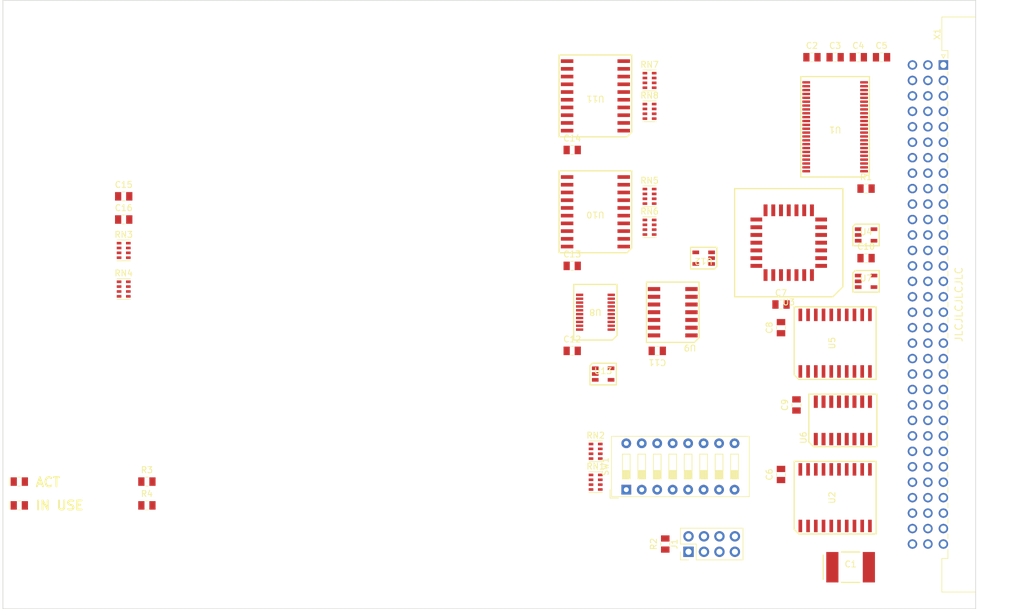
<source format=kicad_pcb>
(kicad_pcb (version 20211014) (generator pcbnew)
  (title_block (title "VMEbus PROTOTYPING BOARD, 160MM") (date "2023-11-13") (rev "1") (company "(C) TOM STOREY") (comment 1 "FREE FOR NON-COMMERCIAL USE"))
  (layers (0 "F.Cu" signal) (1 "In1.Cu" signal) (2 "In2.Cu" signal) (31 "B.Cu" signal) (34 "B.Paste" user) (35 "F.Paste" user) (36 "B.SilkS" user "B.Silkscreen") (37 "F.SilkS" user "F.Silkscreen") (38 "B.Mask" user) (39 "F.Mask" user) (44 "Edge.Cuts" user))
  (net 0 "")
  (net 1 "+5V")
  (net 2 "GND")
  (net 5 "Net-(D1-Pad1)")
  (net 6 "Net-(D1-Pad2)")
  (net 8 "Net-(J1-Pad2)")
  (net 12 "DDIR")
  (net 13 "Net-(RN3-Pad6)")
  (net 14 "Net-(RN3-Pad7)")
  (net 16 "Net-(RN3-Pad8)")
  (net 19 "Net-(RN4-Pad5)")
  (net 20 "Net-(RN4-Pad7)")
  (net 25 "/CF Socket/IDE_D0")
  (net 26 "/CF Socket/IDE_D1")
  (net 27 "/CF Socket/IDE_D2")
  (net 29 "/CF Socket/IDE_D3")
  (net 30 "/SD7")
  (net 31 "/SD15")
  (net 32 "/SD6")
  (net 33 "/SD14")
  (net 34 "/SD5")
  (net 35 "/SD13")
  (net 36 "/SD4")
  (net 37 "/SD12")
  (net 38 "/SD3")
  (net 39 "/SD11")
  (net 40 "/SD2")
  (net 41 "/SD10")
  (net 42 "/SD1")
  (net 43 "/SD9")
  (net 44 "/SD0")
  (net 45 "/SD8")
  (net 46 "/SA1")
  (net 47 "/SA2")
  (net 48 "/SA3")
  (net 49 "/SA4")
  (net 50 "/SA5")
  (net 51 "/SA16")
  (net 52 "/SA17")
  (net 53 "/SA18")
  (net 54 "/SA19")
  (net 55 "/SA20")
  (net 56 "/SA21")
  (net 57 "/SA22")
  (net 58 "/SA23")
  (net 59 "/CF Socket/IDE_D4")
  (net 60 "/~{AS}")
  (net 61 "/FC2")
  (net 62 "/FC1")
  (net 63 "/FC0")
  (net 64 "/CF Socket/IDE_D5")
  (net 65 "/~{LDS}")
  (net 66 "/~{UDS}")
  (net 67 "/CF Socket/IDE_D6")
  (net 68 "/CF Socket/IDE_D7")
  (net 69 "/CF Socket/IDE_D8")
  (net 70 "/CF Socket/IDE_D9")
  (net 71 "/CF Socket/IDE_D10")
  (net 72 "/CF Socket/IDE_D11")
  (net 73 "/CF Socket/IDE_D12")
  (net 74 "/CF Socket/IDE_D13")
  (net 75 "/CF Socket/IDE_D14")
  (net 76 "/CF Socket/IDE_D15")
  (net 77 "D8")
  (net 78 "D9")
  (net 79 "D10")
  (net 80 "D11")
  (net 81 "D12")
  (net 82 "D13")
  (net 83 "D14")
  (net 84 "D15")
  (net 85 "D0")
  (net 86 "D1")
  (net 87 "D2")
  (net 88 "D3")
  (net 89 "D4")
  (net 90 "D5")
  (net 91 "D6")
  (net 92 "D7")
  (net 93 "IDE_A3")
  (net 94 "IDE_A2")
  (net 95 "IDE_A1")
  (net 96 "~{SYSRESET}")
  (net 99 "/~{WR}")
  (net 100 "Net-(D2-Pad2)")
  (net 101 "~{RDSTAT}")
  (net 102 "~{WRCON}")
  (net 103 "~{IDE_CS1}")
  (net 104 "~{IDE_CS0}")
  (net 105 "/~{DTACK}")
  (net 106 "/SA12")
  (net 107 "/SA13")
  (net 109 "Net-(X1-Pada21)")
  (net 112 "Net-(X1-Padb4)")
  (net 113 "Net-(X1-Padb6)")
  (net 114 "Net-(X1-Padb8)")
  (net 115 "Net-(X1-Padb10)")
  (net 132 "IORDY")
  (net 133 "~{IDE_WR}")
  (net 134 "~{IDE_RD}")
  (net 138 "Net-(X1-Padc12)")
  (net 139 "Net-(U5-Pad19)")
  (net 144 "Net-(U13-Pad4)")
  (net 145 "Net-(U8-Pad5)")
  (net 151 "Net-(U10-Pad19)")
  (net 152 "Net-(J1-Pad4)")
  (net 153 "Net-(J1-Pad6)")
  (net 154 "Net-(J1-Pad8)")
  (net 155 "Net-(SW1-Pad1)")
  (net 156 "Net-(SW1-Pad2)")
  (net 157 "Net-(SW1-Pad3)")
  (net 158 "Net-(SW1-Pad4)")
  (net 159 "Net-(SW1-Pad5)")
  (net 160 "Net-(SW1-Pad6)")
  (net 161 "Net-(SW1-Pad7)")
  (net 162 "Net-(SW1-Pad8)")
  (net 163 "Net-(R4-Pad2)")
  (net 164 "Net-(U2-Pad17)")
  (net 165 "Net-(U2-Pad18)")
  (net 166 "Net-(U3-Pad19)")
  (net 167 "Net-(J1-Pad1)")
  (net 169 "Net-(RN4-Pad8)")
  (footprint "COMET_footprints:Package_SO20W" (layer "F.Cu") (at 161.29 82.55 180)
    (fp_text reference "U10" (at 0 -0.5 180 unlocked) (layer "F.SilkS"))
    (fp_text value "74HCT245")
    (pad "1" smd rect (at -4.65 -5.715 180) (size 2.05 0.6) (layers "F.Cu" "F.Paste" "F.Mask") (net 12 "DDIR"))
    (pad "2" smd rect (at -4.65 -4.445 180) (size 2.05 0.6) (layers "F.Cu" "F.Paste" "F.Mask") (net 68 "/CF Socket/IDE_D7"))
    (pad "3" smd rect (at -4.65 -3.175 180) (size 2.05 0.6) (layers "F.Cu" "F.Paste" "F.Mask") (net 67 "/CF Socket/IDE_D6"))
    (pad "4" smd rect (at -4.65 -1.905 180) (size 2.05 0.6) (layers "F.Cu" "F.Paste" "F.Mask") (net 64 "/CF Socket/IDE_D5"))
    (pad "5" smd rect (at -4.65 -0.635 180) (size 2.05 0.6) (layers "F.Cu" "F.Paste" "F.Mask") (net 59 "/CF Socket/IDE_D4"))
    (pad "6" smd rect (at -4.65 0.635 180) (size 2.05 0.6) (layers "F.Cu" "F.Paste" "F.Mask") (net 29 "/CF Socket/IDE_D3"))
    (pad "7" smd rect (at -4.65 1.905 180) (size 2.05 0.6) (layers "F.Cu" "F.Paste" "F.Mask") (net 27 "/CF Socket/IDE_D2"))
    (pad "8" smd rect (at -4.65 3.175 180) (size 2.05 0.6) (layers "F.Cu" "F.Paste" "F.Mask") (net 26 "/CF Socket/IDE_D1"))
    (pad "9" smd rect (at -4.65 4.445 180) (size 2.05 0.6) (layers "F.Cu" "F.Paste" "F.Mask") (net 25 "/CF Socket/IDE_D0"))
    (pad "10" smd rect (at -4.65 5.715 180) (size 2.05 0.6) (layers "F.Cu" "F.Paste" "F.Mask") (net 2 "GND"))
    (pad "11" smd rect (at 4.65 5.715 180) (size 2.05 0.6) (layers "F.Cu" "F.Paste" "F.Mask") (net 85 "D0"))
    (pad "12" smd rect (at 4.65 4.445 180) (size 2.05 0.6) (layers "F.Cu" "F.Paste" "F.Mask") (net 86 "D1"))
    (pad "13" smd rect (at 4.65 3.175 180) (size 2.05 0.6) (layers "F.Cu" "F.Paste" "F.Mask") (net 87 "D2"))
    (pad "14" smd rect (at 4.65 1.905 180) (size 2.05 0.6) (layers "F.Cu" "F.Paste" "F.Mask") (net 88 "D3"))
    (pad "15" smd rect (at 4.65 0.635 180) (size 2.05 0.6) (layers "F.Cu" "F.Paste" "F.Mask") (net 89 "D4"))
    (pad "16" smd rect (at 4.65 -0.635 180) (size 2.05 0.6) (layers "F.Cu" "F.Paste" "F.Mask") (net 90 "D5"))
    (pad "17" smd rect (at 4.65 -1.905 180) (size 2.05 0.6) (layers "F.Cu" "F.Paste" "F.Mask") (net 91 "D6"))
    (pad "18" smd rect (at 4.65 -3.175 180) (size 2.05 0.6) (layers "F.Cu" "F.Paste" "F.Mask") (net 92 "D7"))
    (pad "19" smd rect (at 4.65 -4.445 180) (size 2.05 0.6) (layers "F.Cu" "F.Paste" "F.Mask") (net 151 "Net-(U10-Pad19)"))
    (pad "20" smd rect (at 4.65 -5.715 180) (size 2.05 0.6) (layers "F.Cu" "F.Paste" "F.Mask") (net 1 "+5V"))
  )
  (footprint "COMET_footprints:C_SMD0805" (layer "F.Cu") (at 157.48 72.39)
    (fp_text reference "C14" (at 0 -1.905 unlocked) (layer "F.SilkS"))
    (fp_text value "100nF")
    (pad "1" smd rect (at -0.9125 0) (size 1.025 1.4) (layers "F.Cu" "F.Paste" "F.Mask") (net 1 "+5V"))
    (pad "2" smd rect (at 0.9125 0) (size 1.025 1.4) (layers "F.Cu" "F.Paste" "F.Mask") (net 2 "GND"))
  )
  (footprint "Resistor_SMD:R_Cat16-4" (layer "F.Cu") (at 170.18 80.01)
    (fp_text reference "RN5" (at 0 -2.6) (layer "F.SilkS"))
    (fp_text value "10K")
    (pad "1" smd rect (at -0.76 -1.2 180) (size 0.76 0.43) (layers "F.Cu" "F.Paste" "F.Mask") (net 25 "/CF Socket/IDE_D0"))
    (pad "2" smd rect (at -0.76 -0.4 180) (size 0.76 0.43) (layers "F.Cu" "F.Paste" "F.Mask") (net 26 "/CF Socket/IDE_D1"))
    (pad "3" smd rect (at -0.76 0.4 180) (size 0.76 0.43) (layers "F.Cu" "F.Paste" "F.Mask") (net 27 "/CF Socket/IDE_D2"))
    (pad "4" smd rect (at -0.76 1.2 180) (size 0.76 0.43) (layers "F.Cu" "F.Paste" "F.Mask") (net 29 "/CF Socket/IDE_D3"))
    (pad "5" smd rect (at 0.76 1.2 180) (size 0.76 0.43) (layers "F.Cu" "F.Paste" "F.Mask") (net 2 "GND"))
    (pad "6" smd rect (at 0.76 0.4 180) (size 0.76 0.43) (layers "F.Cu" "F.Paste" "F.Mask") (net 2 "GND"))
    (pad "7" smd rect (at 0.76 -0.4 180) (size 0.76 0.43) (layers "F.Cu" "F.Paste" "F.Mask") (net 2 "GND"))
    (pad "8" smd rect (at 0.76 -1.2 180) (size 0.76 0.43) (layers "F.Cu" "F.Paste" "F.Mask") (net 2 "GND"))
  )
  (footprint "COMET_footprints:Package_SO20W" (layer "F.Cu") (at 200.66 104.14 90)
    (fp_text reference "U5" (at 0 -0.5 90 unlocked) (layer "F.SilkS"))
    (fp_text value "74HCT688")
    (pad "1" smd rect (at -4.65 -5.715 90) (size 2.05 0.6) (layers "F.Cu" "F.Paste" "F.Mask") (net 60 "/~{AS}"))
    (pad "2" smd rect (at -4.65 -4.445 90) (size 2.05 0.6) (layers "F.Cu" "F.Paste" "F.Mask") (net 54 "/SA19"))
    (pad "3" smd rect (at -4.65 -3.175 90) (size 2.05 0.6) (layers "F.Cu" "F.Paste" "F.Mask") (net 159 "Net-(SW1-Pad5)"))
    (pad "4" smd rect (at -4.65 -1.905 90) (size 2.05 0.6) (layers "F.Cu" "F.Paste" "F.Mask") (net 53 "/SA18"))
    (pad "5" smd rect (at -4.65 -0.635 90) (size 2.05 0.6) (layers "F.Cu" "F.Paste" "F.Mask") (net 160 "Net-(SW1-Pad6)"))
    (pad "6" smd rect (at -4.65 0.635 90) (size 2.05 0.6) (layers "F.Cu" "F.Paste" "F.Mask") (net 52 "/SA17"))
    (pad "7" smd rect (at -4.65 1.905 90) (size 2.05 0.6) (layers "F.Cu" "F.Paste" "F.Mask") (net 161 "Net-(SW1-Pad7)"))
    (pad "8" smd rect (at -4.65 3.175 90) (size 2.05 0.6) (layers "F.Cu" "F.Paste" "F.Mask") (net 51 "/SA16"))
    (pad "9" smd rect (at -4.65 4.445 90) (size 2.05 0.6) (layers "F.Cu" "F.Paste" "F.Mask") (net 162 "Net-(SW1-Pad8)"))
    (pad "10" smd rect (at -4.65 5.715 90) (size 2.05 0.6) (layers "F.Cu" "F.Paste" "F.Mask") (net 2 "GND"))
    (pad "11" smd rect (at 4.65 5.715 90) (size 2.05 0.6) (layers "F.Cu" "F.Paste" "F.Mask") (net 58 "/SA23"))
    (pad "12" smd rect (at 4.65 4.445 90) (size 2.05 0.6) (layers "F.Cu" "F.Paste" "F.Mask") (net 155 "Net-(SW1-Pad1)"))
    (pad "13" smd rect (at 4.65 3.175 90) (size 2.05 0.6) (layers "F.Cu" "F.Paste" "F.Mask") (net 57 "/SA22"))
    (pad "14" smd rect (at 4.65 1.905 90) (size 2.05 0.6) (layers "F.Cu" "F.Paste" "F.Mask") (net 156 "Net-(SW1-Pad2)"))
    (pad "15" smd rect (at 4.65 0.635 90) (size 2.05 0.6) (layers "F.Cu" "F.Paste" "F.Mask") (net 56 "/SA21"))
    (pad "16" smd rect (at 4.65 -0.635 90) (size 2.05 0.6) (layers "F.Cu" "F.Paste" "F.Mask") (net 157 "Net-(SW1-Pad3)"))
    (pad "17" smd rect (at 4.65 -1.905 90) (size 2.05 0.6) (layers "F.Cu" "F.Paste" "F.Mask") (net 55 "/SA20"))
    (pad "18" smd rect (at 4.65 -3.175 90) (size 2.05 0.6) (layers "F.Cu" "F.Paste" "F.Mask") (net 158 "Net-(SW1-Pad4)"))
    (pad "19" smd rect (at 4.65 -4.445 90) (size 2.05 0.6) (layers "F.Cu" "F.Paste" "F.Mask") (net 139 "Net-(U5-Pad19)"))
    (pad "20" smd rect (at 4.65 -5.715 90) (size 2.05 0.6) (layers "F.Cu" "F.Paste" "F.Mask") (net 1 "+5V"))
  )
  (footprint "COMET_footprints:C_SMD0805" (layer "F.Cu") (at 204.47 57.15)
    (fp_text reference "C4" (at 0 -1.905 unlocked) (layer "F.SilkS"))
    (fp_text value "100nF")
    (pad "1" smd rect (at -0.9125 0) (size 1.025 1.4) (layers "F.Cu" "F.Paste" "F.Mask") (net 1 "+5V"))
    (pad "2" smd rect (at 0.9125 0) (size 1.025 1.4) (layers "F.Cu" "F.Paste" "F.Mask") (net 2 "GND"))
  )
  (footprint "COMET_footprints:C_SMD0805" (layer "F.Cu") (at 157.48 91.44)
    (fp_text reference "C13" (at 0 -1.905 unlocked) (layer "F.SilkS"))
    (fp_text value "100nF")
    (pad "1" smd rect (at -0.9125 0) (size 1.025 1.4) (layers "F.Cu" "F.Paste" "F.Mask") (net 1 "+5V"))
    (pad "2" smd rect (at 0.9125 0) (size 1.025 1.4) (layers "F.Cu" "F.Paste" "F.Mask") (net 2 "GND"))
  )
  (footprint "Resistor_SMD:R_Cat16-4" (layer "F.Cu") (at 170.18 85.09)
    (fp_text reference "RN6" (at 0 -2.6) (layer "F.SilkS"))
    (fp_text value "10K")
    (pad "1" smd rect (at -0.76 -1.2 180) (size 0.76 0.43) (layers "F.Cu" "F.Paste" "F.Mask") (net 59 "/CF Socket/IDE_D4"))
    (pad "2" smd rect (at -0.76 -0.4 180) (size 0.76 0.43) (layers "F.Cu" "F.Paste" "F.Mask") (net 64 "/CF Socket/IDE_D5"))
    (pad "3" smd rect (at -0.76 0.4 180) (size 0.76 0.43) (layers "F.Cu" "F.Paste" "F.Mask") (net 67 "/CF Socket/IDE_D6"))
    (pad "4" smd rect (at -0.76 1.2 180) (size 0.76 0.43) (layers "F.Cu" "F.Paste" "F.Mask") (net 68 "/CF Socket/IDE_D7"))
    (pad "5" smd rect (at 0.76 1.2 180) (size 0.76 0.43) (layers "F.Cu" "F.Paste" "F.Mask") (net 2 "GND"))
    (pad "6" smd rect (at 0.76 0.4 180) (size 0.76 0.43) (layers "F.Cu" "F.Paste" "F.Mask") (net 2 "GND"))
    (pad "7" smd rect (at 0.76 -0.4 180) (size 0.76 0.43) (layers "F.Cu" "F.Paste" "F.Mask") (net 2 "GND"))
    (pad "8" smd rect (at 0.76 -1.2 180) (size 0.76 0.43) (layers "F.Cu" "F.Paste" "F.Mask") (net 2 "GND"))
  )
  (footprint "COMET_footprints:C_SMD_4.3MMx7.3MM" (layer "F.Cu") (at 203.2 140.97)
    (fp_text reference "C1" (at 0 -0.5 unlocked) (layer "F.SilkS"))
    (fp_text value "100uF")
    (pad "1" smd rect (at -3 0) (size 2 5) (layers "F.Cu" "F.Paste" "F.Mask") (net 1 "+5V"))
    (pad "2" smd rect (at 3 0) (size 2 5) (layers "F.Cu" "F.Paste" "F.Mask") (net 2 "GND"))
  )
  (footprint "COMET_footprints:Package_SSOP48-1" (layer "F.Cu") (at 200.66 68.58 180)
    (fp_text reference "U1" (at 0 -0.5 180 unlocked) (layer "F.SilkS"))
    (fp_text value "74FCT16245")
    (pad "1" smd rect (at -4.7508 -7.3025 180) (size 1.27 0.4) (layers "F.Cu" "F.Paste" "F.Mask") (net 12 "DDIR"))
    (pad "2" smd rect (at -4.7508 -6.6675 180) (size 1.27 0.4) (layers "F.Cu" "F.Paste" "F.Mask") (net 30 "/SD7"))
    (pad "3" smd rect (at -4.7508 -6.0325 180) (size 1.27 0.4) (layers "F.Cu" "F.Paste" "F.Mask") (net 32 "/SD6"))
    (pad "4" smd rect (at -4.7508 -5.3975 180) (size 1.27 0.4) (layers "F.Cu" "F.Paste" "F.Mask") (net 2 "GND"))
    (pad "5" smd rect (at -4.7508 -4.7625 180) (size 1.27 0.4) (layers "F.Cu" "F.Paste" "F.Mask") (net 34 "/SD5"))
    (pad "6" smd rect (at -4.7508 -4.1275 180) (size 1.27 0.4) (layers "F.Cu" "F.Paste" "F.Mask") (net 36 "/SD4"))
    (pad "7" smd rect (at -4.7508 -3.4925 180) (size 1.27 0.4) (layers "F.Cu" "F.Paste" "F.Mask") (net 1 "+5V"))
    (pad "8" smd rect (at -4.7508 -2.8575 180) (size 1.27 0.4) (layers "F.Cu" "F.Paste" "F.Mask") (net 38 "/SD3"))
    (pad "9" smd rect (at -4.7508 -2.2225 180) (size 1.27 0.4) (layers "F.Cu" "F.Paste" "F.Mask") (net 40 "/SD2"))
    (pad "10" smd rect (at -4.7508 -1.5875 180) (size 1.27 0.4) (layers "F.Cu" "F.Paste" "F.Mask") (net 2 "GND"))
    (pad "11" smd rect (at -4.7508 -0.9525 180) (size 1.27 0.4) (layers "F.Cu" "F.Paste" "F.Mask") (net 42 "/SD1"))
    (pad "12" smd rect (at -4.7508 -0.3175 180) (size 1.27 0.4) (layers "F.Cu" "F.Paste" "F.Mask") (net 44 "/SD0"))
    (pad "13" smd rect (at -4.7508 0.3175 180) (size 1.27 0.4) (layers "F.Cu" "F.Paste" "F.Mask") (net 31 "/SD15"))
    (pad "14" smd rect (at -4.7508 0.9525 180) (size 1.27 0.4) (layers "F.Cu" "F.Paste" "F.Mask") (net 33 "/SD14"))
    (pad "15" smd rect (at -4.7508 1.5875 180) (size 1.27 0.4) (layers "F.Cu" "F.Paste" "F.Mask") (net 2 "GND"))
    (pad "16" smd rect (at -4.7508 2.2225 180) (size 1.27 0.4) (layers "F.Cu" "F.Paste" "F.Mask") (net 35 "/SD13"))
    (pad "17" smd rect (at -4.7508 2.8575 180) (size 1.27 0.4) (layers "F.Cu" "F.Paste" "F.Mask") (net 37 "/SD12"))
    (pad "18" smd rect (at -4.7508 3.4925 180) (size 1.27 0.4) (layers "F.Cu" "F.Paste" "F.Mask") (net 1 "+5V"))
    (pad "19" smd rect (at -4.7508 4.1275 180) (size 1.27 0.4) (layers "F.Cu" "F.Paste" "F.Mask") (net 39 "/SD11"))
    (pad "20" smd rect (at -4.7508 4.7625 180) (size 1.27 0.4) (layers "F.Cu" "F.Paste" "F.Mask") (net 41 "/SD10"))
    (pad "21" smd rect (at -4.7508 5.3975 180) (size 1.27 0.4) (layers "F.Cu" "F.Paste" "F.Mask") (net 2 "GND"))
    (pad "22" smd rect (at -4.7508 6.0325 180) (size 1.27 0.4) (layers "F.Cu" "F.Paste" "F.Mask") (net 43 "/SD9"))
    (pad "23" smd rect (at -4.7508 6.6675 180) (size 1.27 0.4) (layers "F.Cu" "F.Paste" "F.Mask") (net 45 "/SD8"))
    (pad "24" smd rect (at -4.7508 7.3025 180) (size 1.27 0.4) (layers "F.Cu" "F.Paste" "F.Mask") (net 12 "DDIR"))
    (pad "25" smd rect (at 4.7508 7.3025 180) (size 1.27 0.4) (layers "F.Cu" "F.Paste" "F.Mask") (net 2 "GND"))
    (pad "26" smd rect (at 4.7508 6.6675 180) (size 1.27 0.4) (layers "F.Cu" "F.Paste" "F.Mask") (net 77 "D8"))
    (pad "27" smd rect (at 4.7508 6.0325 180) (size 1.27 0.4) (layers "F.Cu" "F.Paste" "F.Mask") (net 78 "D9"))
    (pad "28" smd rect (at 4.7508 5.3975 180) (size 1.27 0.4) (layers "F.Cu" "F.Paste" "F.Mask") (net 2 "GND"))
    (pad "29" smd rect (at 4.7508 4.7625 180) (size 1.27 0.4) (layers "F.Cu" "F.Paste" "F.Mask") (net 79 "D10"))
    (pad "30" smd rect (at 4.7508 4.1275 180) (size 1.27 0.4) (layers "F.Cu" "F.Paste" "F.Mask") (net 80 "D11"))
    (pad "31" smd rect (at 4.7508 3.4925 180) (size 1.27 0.4) (layers "F.Cu" "F.Paste" "F.Mask") (net 1 "+5V"))
    (pad "32" smd rect (at 4.7508 2.8575 180) (size 1.27 0.4) (layers "F.Cu" "F.Paste" "F.Mask") (net 81 "D12"))
    (pad "33" smd rect (at 4.7508 2.2225 180) (size 1.27 0.4) (layers "F.Cu" "F.Paste" "F.Mask") (net 82 "D13"))
    (pad "34" smd rect (at 4.7508 1.5875 180) (size 1.27 0.4) (layers "F.Cu" "F.Paste" "F.Mask") (net 2 "GND"))
    (pad "35" smd rect (at 4.7508 0.9525 180) (size 1.27 0.4) (layers "F.Cu" "F.Paste" "F.Mask") (net 83 "D14"))
    (pad "36" smd rect (at 4.7508 0.3175 180) (size 1.27 0.4) (layers "F.Cu" "F.Paste" "F.Mask") (net 84 "D15"))
    (pad "37" smd rect (at 4.7508 -0.3175 180) (size 1.27 0.4) (layers "F.Cu" "F.Paste" "F.Mask") (net 85 "D0"))
    (pad "38" smd rect (at 4.7508 -0.9525 180) (size 1.27 0.4) (layers "F.Cu" "F.Paste" "F.Mask") (net 86 "D1"))
    (pad "39" smd rect (at 4.7508 -1.5875 180) (size 1.27 0.4) (layers "F.Cu" "F.Paste" "F.Mask") (net 2 "GND"))
    (pad "40" smd rect (at 4.7508 -2.2225 180) (size 1.27 0.4) (layers "F.Cu" "F.Paste" "F.Mask") (net 87 "D2"))
    (pad "41" smd rect (at 4.7508 -2.8575 180) (size 1.27 0.4) (layers "F.Cu" "F.Paste" "F.Mask") (net 88 "D3"))
    (pad "42" smd rect (at 4.7508 -3.4925 180) (size 1.27 0.4) (layers "F.Cu" "F.Paste" "F.Mask") (net 1 "+5V"))
    (pad "43" smd rect (at 4.7508 -4.1275 180) (size 1.27 0.4) (layers "F.Cu" "F.Paste" "F.Mask") (net 89 "D4"))
    (pad "44" smd rect (at 4.7508 -4.7625 180) (size 1.27 0.4) (layers "F.Cu" "F.Paste" "F.Mask") (net 90 "D5"))
    (pad "45" smd rect (at 4.7508 -5.3975 180) (size 1.27 0.4) (layers "F.Cu" "F.Paste" "F.Mask") (net 2 "GND"))
    (pad "46" smd rect (at 4.7508 -6.0325 180) (size 1.27 0.4) (layers "F.Cu" "F.Paste" "F.Mask") (net 91 "D6"))
    (pad "47" smd rect (at 4.7508 -6.6675 180) (size 1.27 0.4) (layers "F.Cu" "F.Paste" "F.Mask") (net 92 "D7"))
    (pad "48" smd rect (at 4.7508 -7.3025 180) (size 1.27 0.4) (layers "F.Cu" "F.Paste" "F.Mask") (net 2 "GND"))
  )
  (footprint "Resistor_SMD:R_Cat16-4" (layer "F.Cu") (at 161.33 121.92)
    (fp_text reference "RN2" (at 0 -2.6) (layer "F.SilkS"))
    (fp_text value "R_Pack04")
    (pad "1" smd rect (at -0.76 -1.2 180) (size 0.76 0.43) (layers "F.Cu" "F.Paste" "F.Mask") (net 2 "GND"))
    (pad "2" smd rect (at -0.76 -0.4 180) (size 0.76 0.43) (layers "F.Cu" "F.Paste" "F.Mask") (net 2 "GND"))
    (pad "3" smd rect (at -0.76 0.4 180) (size 0.76 0.43) (layers "F.Cu" "F.Paste" "F.Mask") (net 2 "GND"))
    (pad "4" smd rect (at -0.76 1.2 180) (size 0.76 0.43) (layers "F.Cu" "F.Paste" "F.Mask") (net 2 "GND"))
    (pad "5" smd rect (at 0.76 1.2 180) (size 0.76 0.43) (layers "F.Cu" "F.Paste" "F.Mask") (net 159 "Net-(SW1-Pad5)"))
    (pad "6" smd rect (at 0.76 0.4 180) (size 0.76 0.43) (layers "F.Cu" "F.Paste" "F.Mask") (net 160 "Net-(SW1-Pad6)"))
    (pad "7" smd rect (at 0.76 -0.4 180) (size 0.76 0.43) (layers "F.Cu" "F.Paste" "F.Mask") (net 161 "Net-(SW1-Pad7)"))
    (pad "8" smd rect (at 0.76 -1.2 180) (size 0.76 0.43) (layers "F.Cu" "F.Paste" "F.Mask") (net 162 "Net-(SW1-Pad8)"))
  )
  (footprint "COMET_footprints:Package_SO20W" (layer "F.Cu") (at 161.29 63.5 180)
    (fp_text reference "U11" (at 0 -0.5 180 unlocked) (layer "F.SilkS"))
    (fp_text value "74HCT245")
    (pad "1" smd rect (at -4.65 -5.715 180) (size 2.05 0.6) (layers "F.Cu" "F.Paste" "F.Mask") (net 12 "DDIR"))
    (pad "2" smd rect (at -4.65 -4.445 180) (size 2.05 0.6) (layers "F.Cu" "F.Paste" "F.Mask") (net 76 "/CF Socket/IDE_D15"))
    (pad "3" smd rect (at -4.65 -3.175 180) (size 2.05 0.6) (layers "F.Cu" "F.Paste" "F.Mask") (net 75 "/CF Socket/IDE_D14"))
    (pad "4" smd rect (at -4.65 -1.905 180) (size 2.05 0.6) (layers "F.Cu" "F.Paste" "F.Mask") (net 74 "/CF Socket/IDE_D13"))
    (pad "5" smd rect (at -4.65 -0.635 180) (size 2.05 0.6) (layers "F.Cu" "F.Paste" "F.Mask") (net 73 "/CF Socket/IDE_D12"))
    (pad "6" smd rect (at -4.65 0.635 180) (size 2.05 0.6) (layers "F.Cu" "F.Paste" "F.Mask") (net 72 "/CF Socket/IDE_D11"))
    (pad "7" smd rect (at -4.65 1.905 180) (size 2.05 0.6) (layers "F.Cu" "F.Paste" "F.Mask") (net 71 "/CF Socket/IDE_D10"))
    (pad "8" smd rect (at -4.65 3.175 180) (size 2.05 0.6) (layers "F.Cu" "F.Paste" "F.Mask") (net 70 "/CF Socket/IDE_D9"))
    (pad "9" smd rect (at -4.65 4.445 180) (size 2.05 0.6) (layers "F.Cu" "F.Paste" "F.Mask") (net 69 "/CF Socket/IDE_D8"))
    (pad "10" smd rect (at -4.65 5.715 180) (size 2.05 0.6) (layers "F.Cu" "F.Paste" "F.Mask") (net 2 "GND"))
    (pad "11" smd rect (at 4.65 5.715 180) (size 2.05 0.6) (layers "F.Cu" "F.Paste" "F.Mask") (net 77 "D8"))
    (pad "12" smd rect (at 4.65 4.445 180) (size 2.05 0.6) (layers "F.Cu" "F.Paste" "F.Mask") (net 78 "D9"))
    (pad "13" smd rect (at 4.65 3.175 180) (size 2.05 0.6) (layers "F.Cu" "F.Paste" "F.Mask") (net 79 "D10"))
    (pad "14" smd rect (at 4.65 1.905 180) (size 2.05 0.6) (layers "F.Cu" "F.Paste" "F.Mask") (net 80 "D11"))
    (pad "15" smd rect (at 4.65 0.635 180) (size 2.05 0.6) (layers "F.Cu" "F.Paste" "F.Mask") (net 81 "D12"))
    (pad "16" smd rect (at 4.65 -0.635 180) (size 2.05 0.6) (layers "F.Cu" "F.Paste" "F.Mask") (net 82 "D13"))
    (pad "17" smd rect (at 4.65 -1.905 180) (size 2.05 0.6) (layers "F.Cu" "F.Paste" "F.Mask") (net 83 "D14"))
    (pad "18" smd rect (at 4.65 -3.175 180) (size 2.05 0.6) (layers "F.Cu" "F.Paste" "F.Mask") (net 84 "D15"))
    (pad "19" smd rect (at 4.65 -4.445 180) (size 2.05 0.6) (layers "F.Cu" "F.Paste" "F.Mask") (net 151 "Net-(U10-Pad19)"))
    (pad "20" smd rect (at 4.65 -5.715 180) (size 2.05 0.6) (layers "F.Cu" "F.Paste" "F.Mask") (net 1 "+5V"))
  )
  (footprint "COMET_footprints:C_SMD0805" (layer "F.Cu") (at 205.74 90.17)
    (fp_text reference "C10" (at 0 -1.905 unlocked) (layer "F.SilkS"))
    (fp_text value "100nF")
    (pad "1" smd rect (at -0.9125 0) (size 1.025 1.4) (layers "F.Cu" "F.Paste" "F.Mask") (net 1 "+5V"))
    (pad "2" smd rect (at 0.9125 0) (size 1.025 1.4) (layers "F.Cu" "F.Paste" "F.Mask") (net 2 "GND"))
  )
  (footprint "COMET_footprints:C_SMD0805" (layer "F.Cu") (at 157.48 105.41)
    (fp_text reference "C12" (at 0 -1.905 unlocked) (layer "F.SilkS"))
    (fp_text value "100nF")
    (pad "1" smd rect (at -0.9125 0) (size 1.025 1.4) (layers "F.Cu" "F.Paste" "F.Mask") (net 1 "+5V"))
    (pad "2" smd rect (at 0.9125 0) (size 1.025 1.4) (layers "F.Cu" "F.Paste" "F.Mask") (net 2 "GND"))
  )
  (footprint "COMET_footprints:Package_SOT23-5" (layer "F.Cu") (at 162.56 109.22)
    (fp_text reference "U13" (at 0 -0.5 unlocked) (layer "F.SilkS"))
    (fp_text value "74LVC1G32")
    (pad "1" smd rect (at -1.3 -0.95) (size 1.1 0.6) (layers "F.Cu" "F.Paste" "F.Mask") (net 16 "Net-(RN3-Pad8)"))
    (pad "2" smd rect (at -1.3 0) (size 1.1 0.6) (layers "F.Cu" "F.Paste" "F.Mask") (net 14 "Net-(RN3-Pad7)"))
    (pad "3" smd rect (at -1.3 0.95) (size 1.1 0.6) (layers "F.Cu" "F.Paste" "F.Mask") (net 2 "GND"))
    (pad "4" smd rect (at 1.3 0.95) (size 1.1 0.6) (layers "F.Cu" "F.Paste" "F.Mask") (net 144 "Net-(U13-Pad4)"))
    (pad "5" smd rect (at 1.3 -0.95) (size 1.1 0.6) (layers "F.Cu" "F.Paste" "F.Mask") (net 1 "+5V"))
  )
  (footprint "Resistor_SMD:R_Cat16-4" (layer "F.Cu") (at 83.82 88.9)
    (fp_text reference "RN3" (at 0 -2.6) (layer "F.SilkS"))
    (fp_text value "10K")
    (pad "1" smd rect (at -0.76 -1.2 180) (size 0.76 0.43) (layers "F.Cu" "F.Paste" "F.Mask") (net 1 "+5V"))
    (pad "2" smd rect (at -0.76 -0.4 180) (size 0.76 0.43) (layers "F.Cu" "F.Paste" "F.Mask") (net 1 "+5V"))
    (pad "3" smd rect (at -0.76 0.4 180) (size 0.76 0.43) (layers "F.Cu" "F.Paste" "F.Mask") (net 1 "+5V"))
    (pad "4" smd rect (at -0.76 1.2 180) (size 0.76 0.43) (layers "F.Cu" "F.Paste" "F.Mask") (net 1 "+5V"))
    (pad "5" smd rect (at 0.76 1.2 180) (size 0.76 0.43) (layers "F.Cu" "F.Paste" "F.Mask"))
    (pad "6" smd rect (at 0.76 0.4 180) (size 0.76 0.43) (layers "F.Cu" "F.Paste" "F.Mask") (net 13 "Net-(RN3-Pad6)"))
    (pad "7" smd rect (at 0.76 -0.4 180) (size 0.76 0.43) (layers "F.Cu" "F.Paste" "F.Mask") (net 14 "Net-(RN3-Pad7)"))
    (pad "8" smd rect (at 0.76 -1.2 180) (size 0.76 0.43) (layers "F.Cu" "F.Paste" "F.Mask") (net 16 "Net-(RN3-Pad8)"))
  )
  (footprint "COMET_footprints:Package_QSOP20" (layer "F.Cu") (at 161.29 99.06 180)
    (fp_text reference "U8" (at 0 0 180 unlocked) (layer "F.SilkS"))
    (fp_text value "74FCT245")
    (pad "1" smd rect (at -2.6 -2.8575 180) (size 1.2 0.4) (layers "F.Cu" "F.Paste" "F.Mask") (net 1 "+5V"))
    (pad "2" smd rect (at -2.6 -2.2225 180) (size 1.2 0.4) (layers "F.Cu" "F.Paste" "F.Mask") (net 144 "Net-(U13-Pad4)"))
    (pad "3" smd rect (at -2.6 -1.5875 180) (size 1.2 0.4) (layers "F.Cu" "F.Paste" "F.Mask") (net 13 "Net-(RN3-Pad6)"))
    (pad "4" smd rect (at -2.6 -0.9525 180) (size 1.2 0.4) (layers "F.Cu" "F.Paste" "F.Mask") (net 169 "Net-(RN4-Pad8)"))
    (pad "5" smd rect (at -2.6 -0.3175 180) (size 1.2 0.4) (layers "F.Cu" "F.Paste" "F.Mask") (net 145 "Net-(U8-Pad5)"))
    (pad "6" smd rect (at -2.6 0.3175 180) (size 1.2 0.4) (layers "F.Cu" "F.Paste" "F.Mask") (net 163 "Net-(R4-Pad2)"))
    (pad "7" smd rect (at -2.6 0.9525 180) (size 1.2 0.4) (layers "F.Cu" "F.Paste" "F.Mask") (net 2 "GND"))
    (pad "8" smd rect (at -2.6 1.5875 180) (size 1.2 0.4) (layers "F.Cu" "F.Paste" "F.Mask") (net 2 "GND"))
    (pad "9" smd rect (at -2.6 2.2225 180) (size 1.2 0.4) (layers "F.Cu" "F.Paste" "F.Mask") (net 2 "GND"))
    (pad "10" smd rect (at -2.6 2.8575 180) (size 1.2 0.4) (layers "F.Cu" "F.Paste" "F.Mask") (net 2 "GND"))
    (pad "11" smd rect (at 2.6 2.8575 180) (size 1.2 0.4) (layers "F.Cu" "F.Paste" "F.Mask"))
    (pad "12" smd rect (at 2.6 2.2225 180) (size 1.2 0.4) (layers "F.Cu" "F.Paste" "F.Mask"))
    (pad "13" smd rect (at 2.6 1.5875 180) (size 1.2 0.4) (layers "F.Cu" "F.Paste" "F.Mask"))
    (pad "14" smd rect (at 2.6 0.9525 180) (size 1.2 0.4) (layers "F.Cu" "F.Paste" "F.Mask") (net 81 "D12"))
    (pad "15" smd rect (at 2.6 0.3175 180) (size 1.2 0.4) (layers "F.Cu" "F.Paste" "F.Mask") (net 80 "D11"))
    (pad "16" smd rect (at 2.6 -0.3175 180) (size 1.2 0.4) (layers "F.Cu" "F.Paste" "F.Mask") (net 79 "D10"))
    (pad "17" smd rect (at 2.6 -0.9525 180) (size 1.2 0.4) (layers "F.Cu" "F.Paste" "F.Mask") (net 78 "D9"))
    (pad "18" smd rect (at 2.6 -1.5875 180) (size 1.2 0.4) (layers "F.Cu" "F.Paste" "F.Mask") (net 77 "D8"))
    (pad "19" smd rect (at 2.6 -2.2225 180) (size 1.2 0.4) (layers "F.Cu" "F.Paste" "F.Mask") (net 101 "~{RDSTAT}"))
    (pad "20" smd rect (at 2.6 -2.8575 180) (size 1.2 0.4) (layers "F.Cu" "F.Paste" "F.Mask") (net 1 "+5V"))
  )
  (footprint "Resistor_SMD:R_Cat16-4" (layer "F.Cu") (at 161.33 127)
    (fp_text reference "RN1" (at 0 -2.6) (layer "F.SilkS"))
    (fp_text value "R_Pack04")
    (pad "1" smd rect (at -0.76 -1.2 180) (size 0.76 0.43) (layers "F.Cu" "F.Paste" "F.Mask") (net 2 "GND"))
    (pad "2" smd rect (at -0.76 -0.4 180) (size 0.76 0.43) (layers "F.Cu" "F.Paste" "F.Mask") (net 2 "GND"))
    (pad "3" smd rect (at -0.76 0.4 180) (size 0.76 0.43) (layers "F.Cu" "F.Paste" "F.Mask") (net 2 "GND"))
    (pad "4" smd rect (at -0.76 1.2 180) (size 0.76 0.43) (layers "F.Cu" "F.Paste" "F.Mask") (net 2 "GND"))
    (pad "5" smd rect (at 0.76 1.2 180) (size 0.76 0.43) (layers "F.Cu" "F.Paste" "F.Mask") (net 155 "Net-(SW1-Pad1)"))
    (pad "6" smd rect (at 0.76 0.4 180) (size 0.76 0.43) (layers "F.Cu" "F.Paste" "F.Mask") (net 156 "Net-(SW1-Pad2)"))
    (pad "7" smd rect (at 0.76 -0.4 180) (size 0.76 0.43) (layers "F.Cu" "F.Paste" "F.Mask") (net 157 "Net-(SW1-Pad3)"))
    (pad "8" smd rect (at 0.76 -1.2 180) (size 0.76 0.43) (layers "F.Cu" "F.Paste" "F.Mask") (net 158 "Net-(SW1-Pad4)"))
  )
  (footprint "COMET_footprints:Package_PLCC-28_SMD_socket" (layer "F.Cu") (at 193.04 87.63 180)
    (fp_text reference "U3" (at 0 -9.779) (layer "F.SilkS"))
    (fp_text value "22V10")
    (pad "1" smd rect (at 0 -5.3225 180) (size 0.6492 1.925) (layers "F.Cu" "F.Paste" "F.Mask") (net 1 "+5V"))
    (pad "2" smd rect (at -1.27 -5.3225 180) (size 0.6492 1.925) (layers "F.Cu" "F.Paste" "F.Mask") (net 167 "Net-(J1-Pad1)"))
    (pad "3" smd rect (at -2.54 -5.3225 180) (size 0.6492 1.925) (layers "F.Cu" "F.Paste" "F.Mask") (net 165 "Net-(U2-Pad18)"))
    (pad "4" smd rect (at -3.81 -5.3225 180) (size 0.6492 1.925) (layers "F.Cu" "F.Paste" "F.Mask") (net 164 "Net-(U2-Pad17)"))
    (pad "5" smd rect (at -5.3225 -3.81 270) (size 0.6492 1.925) (layers "F.Cu" "F.Paste" "F.Mask") (net 61 "/FC2"))
    (pad "6" smd rect (at -5.3225 -2.54 270) (size 0.6492 1.925) (layers "F.Cu" "F.Paste" "F.Mask") (net 62 "/FC1"))
    (pad "7" smd rect (at -5.3225 -1.27 270) (size 0.6492 1.925) (layers "F.Cu" "F.Paste" "F.Mask") (net 63 "/FC0"))
    (pad "8" smd rect (at -5.3225 0 270) (size 0.6492 1.925) (layers "F.Cu" "F.Paste" "F.Mask") (net 2 "GND"))
    (pad "9" smd rect (at -5.3225 1.27 270) (size 0.6492 1.925) (layers "F.Cu" "F.Paste" "F.Mask") (net 99 "/~{WR}"))
    (pad "10" smd rect (at -5.3225 2.54 270) (size 0.6492 1.925) (layers "F.Cu" "F.Paste" "F.Mask") (net 65 "/~{LDS}"))
    (pad "11" smd rect (at -5.3225 3.81 270) (size 0.6492 1.925) (layers "F.Cu" "F.Paste" "F.Mask") (net 66 "/~{UDS}"))
    (pad "12" smd rect (at -3.81 5.3225 180) (size 0.6492 1.925) (layers "F.Cu" "F.Paste" "F.Mask"))
    (pad "13" smd rect (at -2.54 5.3225 180) (size 0.6492 1.925) (layers "F.Cu" "F.Paste" "F.Mask"))
    (pad "14" smd rect (at -1.27 5.3225 180) (size 0.6492 1.925) (layers "F.Cu" "F.Paste" "F.Mask") (net 2 "GND"))
    (pad "15" smd rect (at 0 5.3225 180) (size 0.6492 1.925) (layers "F.Cu" "F.Paste" "F.Mask") (net 2 "GND"))
    (pad "16" smd rect (at 1.27 5.3225 180) (size 0.6492 1.925) (layers "F.Cu" "F.Paste" "F.Mask"))
    (pad "17" smd rect (at 2.54 5.3225 180) (size 0.6492 1.925) (layers "F.Cu" "F.Paste" "F.Mask"))
    (pad "18" smd rect (at 3.81 5.3225 180) (size 0.6492 1.925) (layers "F.Cu" "F.Paste" "F.Mask") (net 12 "DDIR"))
    (pad "19" smd rect (at 5.3225 3.81 270) (size 0.6492 1.925) (layers "F.Cu" "F.Paste" "F.Mask") (net 166 "Net-(U3-Pad19)"))
    (pad "20" smd rect (at 5.3225 2.54 270) (size 0.6492 1.925) (layers "F.Cu" "F.Paste" "F.Mask") (net 133 "~{IDE_WR}"))
    (pad "21" smd rect (at 5.3225 1.27 270) (size 0.6492 1.925) (layers "F.Cu" "F.Paste" "F.Mask") (net 134 "~{IDE_RD}"))
    (pad "22" smd rect (at 5.3225 0 270) (size 0.6492 1.925) (layers "F.Cu" "F.Paste" "F.Mask") (net 2 "GND"))
    (pad "23" smd rect (at 5.3225 -1.27 270) (size 0.6492 1.925) (layers "F.Cu" "F.Paste" "F.Mask") (net 103 "~{IDE_CS1}"))
    (pad "24" smd rect (at 5.3225 -2.54 270) (size 0.6492 1.925) (layers "F.Cu" "F.Paste" "F.Mask") (net 104 "~{IDE_CS0}"))
    (pad "25" smd rect (at 5.3225 -3.81 270) (size 0.6492 1.925) (layers "F.Cu" "F.Paste" "F.Mask") (net 132 "IORDY"))
    (pad "26" smd rect (at 3.81 -5.3225 180) (size 0.6492 1.925) (layers "F.Cu" "F.Paste" "F.Mask") (net 101 "~{RDSTAT}"))
    (pad "27" smd rect (at 2.54 -5.3225 180) (size 0.6492 1.925) (layers "F.Cu" "F.Paste" "F.Mask") (net 102 "~{WRCON}"))
    (pad "28" smd rect (at 1.27 -5.3225 180) (size 0.6492 1.925) (layers "F.Cu" "F.Paste" "F.Mask") (net 1 "+5V"))
  )
  (footprint "COMET_footprints:Package_SO20W" (layer "F.Cu") (at 200.66 129.54 90)
    (fp_text reference "U2" (at 0 -0.5 90 unlocked) (layer "F.SilkS"))
    (fp_text value "74HCT245")
    (pad "1" smd rect (at -4.65 -5.715 90) (size 2.05 0.6) (layers "F.Cu" "F.Paste" "F.Mask") (net 1 "+5V"))
    (pad "2" smd rect (at -4.65 -4.445 90) (size 2.05 0.6) (layers "F.Cu" "F.Paste" "F.Mask") (net 50 "/SA5"))
    (pad "3" smd rect (at -4.65 -3.175 90) (size 2.05 0.6) (layers "F.Cu" "F.Paste" "F.Mask") (net 49 "/SA4"))
    (pad "4" smd rect (at -4.65 -1.905 90) (size 2.05 0.6) (layers "F.Cu" "F.Paste" "F.Mask") (net 48 "/SA3"))
    (pad "5" smd rect (at -4.65 -0.635 90) (size 2.05 0.6) (layers "F.Cu" "F.Paste" "F.Mask") (net 47 "/SA2"))
    (pad "6" smd rect (at -4.65 0.635 90) (size 2.05 0.6) (layers "F.Cu" "F.Paste" "F.Mask") (net 46 "/SA1"))
    (pad "7" smd rect (at -4.65 1.905 90) (size 2.05 0.6) (layers "F.Cu" "F.Paste" "F.Mask") (net 2 "GND"))
    (pad "8" smd rect (at -4.65 3.175 90) (size 2.05 0.6) (layers "F.Cu" "F.Paste" "F.Mask") (net 2 "GND"))
    (pad "9" smd rect (at -4.65 4.445 90) (size 2.05 0.6) (layers "F.Cu" "F.Paste" "F.Mask") (net 2 "GND"))
    (pad "10" smd rect (at -4.65 5.715 90) (size 2.05 0.6) (layers "F.Cu" "F.Paste" "F.Mask") (net 2 "GND"))
    (pad "11" smd rect (at 4.65 5.715 90) (size 2.05 0.6) (layers "F.Cu" "F.Paste" "F.Mask"))
    (pad "12" smd rect (at 4.65 4.445 90) (size 2.05 0.6) (layers "F.Cu" "F.Paste" "F.Mask"))
    (pad "13" smd rect (at 4.65 3.175 90) (size 2.05 0.6) (layers "F.Cu" "F.Paste" "F.Mask"))
    (pad "14" smd rect (at 4.65 1.905 90) (size 2.05 0.6) (layers "F.Cu" "F.Paste" "F.Mask") (net 95 "IDE_A1"))
    (pad "15" smd rect (at 4.65 0.635 90) (size 2.05 0.6) (layers "F.Cu" "F.Paste" "F.Mask") (net 94 "IDE_A2"))
    (pad "16" smd rect (at 4.65 -0.635 90) (size 2.05 0.6) (layers "F.Cu" "F.Paste" "F.Mask") (net 93 "IDE_A3"))
    (pad "17" smd rect (at 4.65 -1.905 90) (size 2.05 0.6) (layers "F.Cu" "F.Paste" "F.Mask") (net 164 "Net-(U2-Pad17)"))
    (pad "18" smd rect (at 4.65 -3.175 90) (size 2.05 0.6) (layers "F.Cu" "F.Paste" "F.Mask") (net 165 "Net-(U2-Pad18)"))
    (pad "19" smd rect (at 4.65 -4.445 90) (size 2.05 0.6) (layers "F.Cu" "F.Paste" "F.Mask") (net 2 "GND"))
    (pad "20" smd rect (at 4.65 -5.715 90) (size 2.05 0.6) (layers "F.Cu" "F.Paste" "F.Mask") (net 1 "+5V"))
  )
  (footprint "COMET_footprints:Package_SO14" (layer "F.Cu") (at 173.99 99.06 90)
    (fp_text reference "U9" (at -5.842 3.937 180 unlocked) (layer "F.SilkS") (effects (justify left)))
    (fp_text value "74HCT74")
    (pad "1" smd rect (at -3.81 3.0734 90) (size 0.6604 2.032) (layers "F.Cu" "F.Paste" "F.Mask") (net 96 "~{SYSRESET}"))
    (pad "2" smd rect (at -2.54 3.0734 90) (size 0.6604 2.032) (layers "F.Cu" "F.Paste" "F.Mask") (net 80 "D11"))
    (pad "3" smd rect (at -1.27 3.0734 90) (size 0.6604 2.032) (layers "F.Cu" "F.Paste" "F.Mask") (net 102 "~{WRCON}"))
    (pad "4" smd rect (at 0 3.0734 90) (size 0.6604 2.032) (layers "F.Cu" "F.Paste" "F.Mask") (net 1 "+5V"))
    (pad "5" smd rect (at 1.27 3.0734 90) (size 0.6604 2.032) (layers "F.Cu" "F.Paste" "F.Mask") (net 145 "Net-(U8-Pad5)"))
    (pad "6" smd rect (at 2.54 3.0734 90) (size 0.6604 2.032) (layers "F.Cu" "F.Paste" "F.Mask"))
    (pad "7" smd rect (at 3.81 3.0734 90) (size 0.6604 2.032) (layers "F.Cu" "F.Paste" "F.Mask") (net 2 "GND"))
    (pad "8" smd rect (at 3.81 -3.0734 90) (size 0.6604 2.032) (layers "F.Cu" "F.Paste" "F.Mask"))
    (pad "9" smd rect (at 2.54 -3.0734 90) (size 0.6604 2.032) (layers "F.Cu" "F.Paste" "F.Mask") (net 163 "Net-(R4-Pad2)"))
    (pad "10" smd rect (at 1.27 -3.0734 90) (size 0.6604 2.032) (layers "F.Cu" "F.Paste" "F.Mask") (net 1 "+5V"))
    (pad "11" smd rect (at 0 -3.0734 90) (size 0.6604 2.032) (layers "F.Cu" "F.Paste" "F.Mask") (net 102 "~{WRCON}"))
    (pad "12" smd rect (at -1.27 -3.0734 90) (size 0.6604 2.032) (layers "F.Cu" "F.Paste" "F.Mask") (net 81 "D12"))
    (pad "13" smd rect (at -2.54 -3.0734 90) (size 0.6604 2.032) (layers "F.Cu" "F.Paste" "F.Mask") (net 96 "~{SYSRESET}"))
    (pad "14" smd rect (at -3.81 -3.0734 90) (size 0.6604 2.032) (layers "F.Cu" "F.Paste" "F.Mask") (net 1 "+5V"))
  )
  (footprint "Resistor_SMD:R_Cat16-4" (layer "F.Cu") (at 170.18 66.04)
    (fp_text reference "RN8" (at 0 -2.6) (layer "F.SilkS"))
    (fp_text value "10K")
    (pad "1" smd rect (at -0.76 -1.2 180) (size 0.76 0.43) (layers "F.Cu" "F.Paste" "F.Mask") (net 73 "/CF Socket/IDE_D12"))
    (pad "2" smd rect (at -0.76 -0.4 180) (size 0.76 0.43) (layers "F.Cu" "F.Paste" "F.Mask") (net 74 "/CF Socket/IDE_D13"))
    (pad "3" smd rect (at -0.76 0.4 180) (size 0.76 0.43) (layers "F.Cu" "F.Paste" "F.Mask") (net 75 "/CF Socket/IDE_D14"))
    (pad "4" smd rect (at -0.76 1.2 180) (size 0.76 0.43) (layers "F.Cu" "F.Paste" "F.Mask") (net 76 "/CF Socket/IDE_D15"))
    (pad "5" smd rect (at 0.76 1.2 180) (size 0.76 0.43) (layers "F.Cu" "F.Paste" "F.Mask") (net 2 "GND"))
    (pad "6" smd rect (at 0.76 0.4 180) (size 0.76 0.43) (layers "F.Cu" "F.Paste" "F.Mask") (net 2 "GND"))
    (pad "7" smd rect (at 0.76 -0.4 180) (size 0.76 0.43) (layers "F.Cu" "F.Paste" "F.Mask") (net 2 "GND"))
    (pad "8" smd rect (at 0.76 -1.2 180) (size 0.76 0.43) (layers "F.Cu" "F.Paste" "F.Mask") (net 2 "GND"))
  )
  (footprint "COMET_footprints:C_SMD0805" (layer "F.Cu") (at 83.82 80.01)
    (fp_text reference "C15" (at 0 -1.905 unlocked) (layer "F.SilkS"))
    (fp_text value "100nF")
    (pad "1" smd rect (at -0.9125 0) (size 1.025 1.4) (layers "F.Cu" "F.Paste" "F.Mask") (net 1 "+5V"))
    (pad "2" smd rect (at 0.9125 0) (size 1.025 1.4) (layers "F.Cu" "F.Paste" "F.Mask") (net 2 "GND"))
  )
  (footprint "COMET_footprints:C_SMD0805" (layer "F.Cu") (at 208.28 57.15)
    (fp_text reference "C5" (at 0 -1.905 unlocked) (layer "F.SilkS"))
    (fp_text value "100nF")
    (pad "1" smd rect (at -0.9125 0) (size 1.025 1.4) (layers "F.Cu" "F.Paste" "F.Mask") (net 1 "+5V"))
    (pad "2" smd rect (at 0.9125 0) (size 1.025 1.4) (layers "F.Cu" "F.Paste" "F.Mask") (net 2 "GND"))
  )
  (footprint "Resistor_SMD:R_Cat16-4" (layer "F.Cu") (at 170.18 60.96)
    (fp_text reference "RN7" (at 0 -2.6) (layer "F.SilkS"))
    (fp_text value "10K")
    (pad "1" smd rect (at -0.76 -1.2 180) (size 0.76 0.43) (layers "F.Cu" "F.Paste" "F.Mask") (net 69 "/CF Socket/IDE_D8"))
    (pad "2" smd rect (at -0.76 -0.4 180) (size 0.76 0.43) (layers "F.Cu" "F.Paste" "F.Mask") (net 70 "/CF Socket/IDE_D9"))
    (pad "3" smd rect (at -0.76 0.4 180) (size 0.76 0.43) (layers "F.Cu" "F.Paste" "F.Mask") (net 71 "/CF Socket/IDE_D10"))
    (pad "4" smd rect (at -0.76 1.2 180) (size 0.76 0.43) (layers "F.Cu" "F.Paste" "F.Mask") (net 72 "/CF Socket/IDE_D11"))
    (pad "5" smd rect (at 0.76 1.2 180) (size 0.76 0.43) (layers "F.Cu" "F.Paste" "F.Mask") (net 2 "GND"))
    (pad "6" smd rect (at 0.76 0.4 180) (size 0.76 0.43) (layers "F.Cu" "F.Paste" "F.Mask") (net 2 "GND"))
    (pad "7" smd rect (at 0.76 -0.4 180) (size 0.76 0.43) (layers "F.Cu" "F.Paste" "F.Mask") (net 2 "GND"))
    (pad "8" smd rect (at 0.76 -1.2 180) (size 0.76 0.43) (layers "F.Cu" "F.Paste" "F.Mask") (net 2 "GND"))
  )
  (footprint "Resistor_SMD:R_Cat16-4" (layer "F.Cu") (at 83.82 95.25)
    (fp_text reference "RN4" (at 0 -2.6) (layer "F.SilkS"))
    (fp_text value "10K")
    (pad "1" smd rect (at -0.76 -1.2 180) (size 0.76 0.43) (layers "F.Cu" "F.Paste" "F.Mask") (net 1 "+5V"))
    (pad "2" smd rect (at -0.76 -0.4 180) (size 0.76 0.43) (layers "F.Cu" "F.Paste" "F.Mask") (net 1 "+5V"))
    (pad "3" smd rect (at -0.76 0.4 180) (size 0.76 0.43) (layers "F.Cu" "F.Paste" "F.Mask") (net 1 "+5V"))
    (pad "4" smd rect (at -0.76 1.2 180) (size 0.76 0.43) (layers "F.Cu" "F.Paste" "F.Mask") (net 1 "+5V"))
    (pad "5" smd rect (at 0.76 1.2 180) (size 0.76 0.43) (layers "F.Cu" "F.Paste" "F.Mask") (net 19 "Net-(RN4-Pad5)"))
    (pad "6" smd rect (at 0.76 0.4 180) (size 0.76 0.43) (layers "F.Cu" "F.Paste" "F.Mask") (net 5 "Net-(D1-Pad1)"))
    (pad "7" smd rect (at 0.76 -0.4 180) (size 0.76 0.43) (layers "F.Cu" "F.Paste" "F.Mask") (net 20 "Net-(RN4-Pad7)"))
    (pad "8" smd rect (at 0.76 -1.2 180) (size 0.76 0.43) (layers "F.Cu" "F.Paste" "F.Mask") (net 169 "Net-(RN4-Pad8)"))
  )
  (footprint "MountingHole:MountingHole_3.2mm_M3" (layer "F.Cu") (at 66.98 53.51)
    (fp_text reference "REF**" hide)
    (fp_text value "MountingHole_3.2mm_M3" hide)
    (pad "" np_thru_hole circle locked (at 0 0) (size 3.2 3.2) (drill 3.2) (layers *.Cu *.Mask))
  )
  (footprint "COMET_footprints:C_SMD0805" (layer "F.Cu") (at 194.31 114.3 90)
    (fp_text reference "C9" (at 0 -1.905 90 unlocked) (layer "F.SilkS"))
    (fp_text value "100nF")
    (pad "1" smd rect (at -0.9125 0 90) (size 1.025 1.4) (layers "F.Cu" "F.Paste" "F.Mask") (net 1 "+5V"))
    (pad "2" smd rect (at 0.9125 0 90) (size 1.025 1.4) (layers "F.Cu" "F.Paste" "F.Mask") (net 2 "GND"))
  )
  (footprint "COMET_footprints:C_SMD0805" (layer "F.Cu") (at 191.77 125.73 90)
    (fp_text reference "C6" (at 0 -1.905 90 unlocked) (layer "F.SilkS"))
    (fp_text value "100nF")
    (pad "1" smd rect (at -0.9125 0 90) (size 1.025 1.4) (layers "F.Cu" "F.Paste" "F.Mask") (net 1 "+5V"))
    (pad "2" smd rect (at 0.9125 0 90) (size 1.025 1.4) (layers "F.Cu" "F.Paste" "F.Mask") (net 2 "GND"))
  )
  (footprint "COMET_footprints:C_SMD0805" (layer "F.Cu") (at 196.85 57.15)
    (fp_text reference "C2" (at 0 -1.905 unlocked) (layer "F.SilkS"))
    (fp_text value "100nF")
    (pad "1" smd rect (at -0.9125 0) (size 1.025 1.4) (layers "F.Cu" "F.Paste" "F.Mask") (net 1 "+5V"))
    (pad "2" smd rect (at 0.9125 0) (size 1.025 1.4) (layers "F.Cu" "F.Paste" "F.Mask") (net 2 "GND"))
  )
  (footprint "COMET_footprints:R_SMD0805" (layer "F.Cu") (at 87.63 130.81)
    (fp_text reference "R4" (at 0 -1.905 unlocked) (layer "F.SilkS"))
    (fp_text value "1K")
    (pad "1" smd rect (at -0.9125 0) (size 1.025 1.4) (layers "F.Cu" "F.Paste" "F.Mask") (net 100 "Net-(D2-Pad2)"))
    (pad "2" smd rect (at 0.9125 0) (size 1.025 1.4) (layers "F.Cu" "F.Paste" "F.Mask") (net 163 "Net-(R4-Pad2)"))
  )
  (footprint "MountingHole:MountingHole_3.2mm_M3" (layer "F.Cu") (at 66.98 142.07)
    (fp_text reference "REF**" hide)
    (fp_text value "MountingHole_3.2mm_M3" hide)
    (pad "" np_thru_hole circle locked (at 0 0) (size 3.2 3.2) (drill 3.2) (layers *.Cu *.Mask))
  )
  (footprint "COMET_footprints:C_SMD0805" (layer "F.Cu") (at 83.82 83.82)
    (fp_text reference "C16" (at 0 -1.905 unlocked) (layer "F.SilkS"))
    (fp_text value "100nF")
    (pad "1" smd rect (at -0.9125 0) (size 1.025 1.4) (layers "F.Cu" "F.Paste" "F.Mask") (net 1 "+5V"))
    (pad "2" smd rect (at 0.9125 0) (size 1.025 1.4) (layers "F.Cu" "F.Paste" "F.Mask") (net 2 "GND"))
  )
  (footprint "COMET_footprints:Package_SO16" (layer "F.Cu") (at 201.93 116.84)
    (fp_text reference "U6" (at -6.477 3.937 90 unlocked) (layer "F.SilkS") (effects (justify left)))
    (fp_text value "74HCT138")
    (pad "1" smd rect (at -4.445 3.0734) (size 0.6604 2.032) (layers "F.Cu" "F.Paste" "F.Mask") (net 106 "/SA12"))
    (pad "2" smd rect (at -3.175 3.0734) (size 0.6604 2.032) (layers "F.Cu" "F.Paste" "F.Mask") (net 107 "/SA13"))
    (pad "3" smd rect (at -1.905 3.0734) (size 0.6604 2.032) (layers "F.Cu" "F.Paste" "F.Mask") (net 2 "GND"))
    (pad "4" smd rect (at -0.635 3.0734) (size 0.6604 2.032) (layers "F.Cu" "F.Paste" "F.Mask") (net 139 "Net-(U5-Pad19)"))
    (pad "5" smd rect (at 0.635 3.0734) (size 0.6604 2.032) (layers "F.Cu" "F.Paste" "F.Mask") (net 2 "GND"))
    (pad "6" smd rect (at 1.905 3.0734) (size 0.6604 2.032) (layers "F.Cu" "F.Paste" "F.Mask") (net 1 "+5V"))
    (pad "7" smd rect (at 3.175 3.0734) (size 0.6604 2.032) (layers "F.Cu" "F.Paste" "F.Mask"))
    (pad "8" smd rect (at 4.445 3.0734) (size 0.6604 2.032) (layers "F.Cu" "F.Paste" "F.Mask") (net 2 "GND"))
    (pad "9" smd rect (at 4.445 -3.0734) (size 0.6604 2.032) (layers "F.Cu" "F.Paste" "F.Mask"))
    (pad "10" smd rect (at 3.175 -3.0734) (size 0.6604 2.032) (layers "F.Cu" "F.Paste" "F.Mask"))
    (pad "11" smd rect (at 1.905 -3.0734) (size 0.6604 2.032) (layers "F.Cu" "F.Paste" "F.Mask"))
    (pad "12" smd rect (at 0.635 -3.0734) (size 0.6604 2.032) (layers "F.Cu" "F.Paste" "F.Mask") (net 154 "Net-(J1-Pad8)"))
    (pad "13" smd rect (at -0.635 -3.0734) (size 0.6604 2.032) (layers "F.Cu" "F.Paste" "F.Mask") (net 153 "Net-(J1-Pad6)"))
    (pad "14" smd rect (at -1.905 -3.0734) (size 0.6604 2.032) (layers "F.Cu" "F.Paste" "F.Mask") (net 152 "Net-(J1-Pad4)"))
    (pad "15" smd rect (at -3.175 -3.0734) (size 0.6604 2.032) (layers "F.Cu" "F.Paste" "F.Mask") (net 8 "Net-(J1-Pad2)"))
    (pad "16" smd rect (at -4.445 -3.0734) (size 0.6604 2.032) (layers "F.Cu" "F.Paste" "F.Mask") (net 1 "+5V"))
  )
  (footprint "COMET_footprints:Package_SOT23-5" (layer "F.Cu") (at 205.74 86.36)
    (fp_text reference "U4" (at 0 -0.5 unlocked) (layer "F.SilkS"))
    (fp_text value "74HCT1G32")
    (pad "1" smd rect (at -1.3 -0.95) (size 1.1 0.6) (layers "F.Cu" "F.Paste" "F.Mask") (net 138 "Net-(X1-Padc12)"))
    (pad "2" smd rect (at -1.3 0) (size 1.1 0.6) (layers "F.Cu" "F.Paste" "F.Mask") (net 2 "GND"))
    (pad "3" smd rect (at -1.3 0.95) (size 1.1 0.6) (layers "F.Cu" "F.Paste" "F.Mask") (net 2 "GND"))
    (pad "4" smd rect (at 1.3 0.95) (size 1.1 0.6) (layers "F.Cu" "F.Paste" "F.Mask") (net 96 "~{SYSRESET}"))
    (pad "5" smd rect (at 1.3 -0.95) (size 1.1 0.6) (layers "F.Cu" "F.Paste" "F.Mask") (net 1 "+5V"))
  )
  (footprint "Connector_PinHeader_2.54mm:PinHeader_2x04_P2.54mm_Vertical" (layer "F.Cu") (at 176.58 138.435 90)
    (fp_text reference "J1" (at 1.27 -2.33 90) (layer "F.SilkS"))
    (fp_text value "Conn_02x04_Odd_Even")
    (pad "1" thru_hole rect (at 0 0 90) (size 1.7 1.7) (drill 1) (layers *.Cu *.Mask) (net 167 "Net-(J1-Pad1)"))
    (pad "2" thru_hole oval (at 2.54 0 90) (size 1.7 1.7) (drill 1) (layers *.Cu *.Mask) (net 8 "Net-(J1-Pad2)"))
    (pad "3" thru_hole oval (at 0 2.54 90) (size 1.7 1.7) (drill 1) (layers *.Cu *.Mask) (net 167 "Net-(J1-Pad1)"))
    (pad "4" thru_hole oval (at 2.54 2.54 90) (size 1.7 1.7) (drill 1) (layers *.Cu *.Mask) (net 152 "Net-(J1-Pad4)"))
    (pad "5" thru_hole oval (at 0 5.08 90) (size 1.7 1.7) (drill 1) (layers *.Cu *.Mask) (net 167 "Net-(J1-Pad1)"))
    (pad "6" thru_hole oval (at 2.54 5.08 90) (size 1.7 1.7) (drill 1) (layers *.Cu *.Mask) (net 153 "Net-(J1-Pad6)"))
    (pad "7" thru_hole oval (at 0 7.62 90) (size 1.7 1.7) (drill 1) (layers *.Cu *.Mask) (net 167 "Net-(J1-Pad1)"))
    (pad "8" thru_hole oval (at 2.54 7.62 90) (size 1.7 1.7) (drill 1) (layers *.Cu *.Mask) (net 154 "Net-(J1-Pad8)"))
  )
  (footprint "COMET_footprints:LED_SMD0805" (layer "F.Cu") (at 66.675 126.9)
    (fp_text reference "D1" hide)
    (fp_text value "ACT")
    (pad "1" smd rect (at -0.9125 0) (size 1.025 1.4) (layers "F.Cu" "F.Paste" "F.Mask") (net 5 "Net-(D1-Pad1)"))
    (pad "2" smd rect (at 0.9125 0) (size 1.025 1.4) (layers "F.Cu" "F.Paste" "F.Mask") (net 6 "Net-(D1-Pad2)"))
  )
  (footprint "COMET_footprints:Package_SOT23-5" (layer "F.Cu") (at 179.07 90.17 180)
    (fp_text reference "U12" (at 0 -0.5 180 unlocked) (layer "F.SilkS"))
    (fp_text value "74LVC1G08")
    (pad "1" smd rect (at -1.3 -0.95 180) (size 1.1 0.6) (layers "F.Cu" "F.Paste" "F.Mask") (net 104 "~{IDE_CS0}"))
    (pad "2" smd rect (at -1.3 0 180) (size 1.1 0.6) (layers "F.Cu" "F.Paste" "F.Mask") (net 103 "~{IDE_CS1}"))
    (pad "3" smd rect (at -1.3 0.95 180) (size 1.1 0.6) (layers "F.Cu" "F.Paste" "F.Mask") (net 2 "GND"))
    (pad "4" smd rect (at 1.3 0.95 180) (size 1.1 0.6) (layers "F.Cu" "F.Paste" "F.Mask") (net 151 "Net-(U10-Pad19)"))
    (pad "5" smd rect (at 1.3 -0.95 180) (size 1.1 0.6) (layers "F.Cu" "F.Paste" "F.Mask") (net 1 "+5V"))
  )
  (footprint "COMET_footprints:Package_SOT23-5" (layer "F.Cu") (at 205.74 93.98)
    (fp_text reference "U7" (at 0 -0.5 unlocked) (layer "F.SilkS"))
    (fp_text value "74LVC1G07")
    (pad "1" smd rect (at -1.3 -0.95) (size 1.1 0.6) (layers "F.Cu" "F.Paste" "F.Mask"))
    (pad "2" smd rect (at -1.3 0) (size 1.1 0.6) (layers "F.Cu" "F.Paste" "F.Mask") (net 166 "Net-(U3-Pad19)"))
    (pad "3" smd rect (at -1.3 0.95) (size 1.1 0.6) (layers "F.Cu" "F.Paste" "F.Mask") (net 2 "GND"))
    (pad "4" smd rect (at 1.3 0.95) (size 1.1 0.6) (layers "F.Cu" "F.Paste" "F.Mask") (net 105 "/~{DTACK}"))
    (pad "5" smd rect (at 1.3 -0.95) (size 1.1 0.6) (layers "F.Cu" "F.Paste" "F.Mask") (net 1 "+5V"))
  )
  (footprint "Button_Switch_THT:SW_DIP_SPSTx08_Slide_9.78x22.5mm_W7.62mm_P2.54mm" (layer "F.Cu") (at 166.36 128.2275 90)
    (fp_text reference "SW1" (at 3.81 -3.42 90) (layer "F.SilkS"))
    (fp_text value "SW_DIP_x08")
    (pad "1" thru_hole rect (at 0 0 90) (size 1.6 1.6) (drill 0.8) (layers *.Cu *.Mask) (net 155 "Net-(SW1-Pad1)"))
    (pad "2" thru_hole oval (at 0 2.54 90) (size 1.6 1.6) (drill 0.8) (layers *.Cu *.Mask) (net 156 "Net-(SW1-Pad2)"))
    (pad "3" thru_hole oval (at 0 5.08 90) (size 1.6 1.6) (drill 0.8) (layers *.Cu *.Mask) (net 157 "Net-(SW1-Pad3)"))
    (pad "4" thru_hole oval (at 0 7.62 90) (size 1.6 1.6) (drill 0.8) (layers *.Cu *.Mask) (net 158 "Net-(SW1-Pad4)"))
    (pad "5" thru_hole oval (at 0 10.16 90) (size 1.6 1.6) (drill 0.8) (layers *.Cu *.Mask) (net 159 "Net-(SW1-Pad5)"))
    (pad "6" thru_hole oval (at 0 12.7 90) (size 1.6 1.6) (drill 0.8) (layers *.Cu *.Mask) (net 160 "Net-(SW1-Pad6)"))
    (pad "7" thru_hole oval (at 0 15.24 90) (size 1.6 1.6) (drill 0.8) (layers *.Cu *.Mask) (net 161 "Net-(SW1-Pad7)"))
    (pad "8" thru_hole oval (at 0 17.78 90) (size 1.6 1.6) (drill 0.8) (layers *.Cu *.Mask) (net 162 "Net-(SW1-Pad8)"))
    (pad "9" thru_hole oval (at 7.62 17.78 90) (size 1.6 1.6) (drill 0.8) (layers *.Cu *.Mask) (net 1 "+5V"))
    (pad "10" thru_hole oval (at 7.62 15.24 90) (size 1.6 1.6) (drill 0.8) (layers *.Cu *.Mask) (net 1 "+5V"))
    (pad "11" thru_hole oval (at 7.62 12.7 90) (size 1.6 1.6) (drill 0.8) (layers *.Cu *.Mask) (net 1 "+5V"))
    (pad "12" thru_hole oval (at 7.62 10.16 90) (size 1.6 1.6) (drill 0.8) (layers *.Cu *.Mask) (net 1 "+5V"))
    (pad "13" thru_hole oval (at 7.62 7.62 90) (size 1.6 1.6) (drill 0.8) (layers *.Cu *.Mask) (net 1 "+5V"))
    (pad "14" thru_hole oval (at 7.62 5.08 90) (size 1.6 1.6) (drill 0.8) (layers *.Cu *.Mask) (net 1 "+5V"))
    (pad "15" thru_hole oval (at 7.62 2.54 90) (size 1.6 1.6) (drill 0.8) (layers *.Cu *.Mask) (net 1 "+5V"))
    (pad "16" thru_hole oval (at 7.62 0 90) (size 1.6 1.6) (drill 0.8) (layers *.Cu *.Mask) (net 1 "+5V"))
  )
  (footprint "COMET_footprints:R_SMD0805" (layer "F.Cu") (at 87.63 126.9)
    (fp_text reference "R3" (at 0 -1.905 unlocked) (layer "F.SilkS"))
    (fp_text value "1K")
    (pad "1" smd rect (at -0.9125 0) (size 1.025 1.4) (layers "F.Cu" "F.Paste" "F.Mask") (net 6 "Net-(D1-Pad2)"))
    (pad "2" smd rect (at 0.9125 0) (size 1.025 1.4) (layers "F.Cu" "F.Paste" "F.Mask") (net 1 "+5V"))
  )
  (footprint "Connector_DIN:DIN41612_C_3x32_Male_Horizontal_THT" (layer "F.Cu") (at 218.44 58.42 -90)
    (fp_text reference "X1" (at -5.08 1 90) (layer "F.SilkS"))
    (fp_text value "DIN41612_03x32_ABC_VMEbus")
    (pad "" np_thru_hole circle locked (at 83.82 -2.54 270) (size 2.85 2.85) (drill 2.85) (layers *.Cu *.Mask))
    (pad "" np_thru_hole circle locked (at -5.08 -2.54 270) (size 2.85 2.85) (drill 2.85) (layers *.Cu *.Mask))
    (pad "a1" thru_hole rect locked (at 0 0 270) (size 1.55 1.55) (drill 1) (layers *.Cu *.Mask) (net 44 "/SD0"))
    (pad "a2" thru_hole circle locked (at 2.54 0 270) (size 1.55 1.55) (drill 1) (layers *.Cu *.Mask) (net 42 "/SD1"))
    (pad "a3" thru_hole circle locked (at 5.08 0 270) (size 1.55 1.55) (drill 1) (layers *.Cu *.Mask) (net 40 "/SD2"))
    (pad "a4" thru_hole circle locked (at 7.62 0 270) (size 1.55 1.55) (drill 1) (layers *.Cu *.Mask) (net 38 "/SD3"))
    (pad "a5" thru_hole circle locked (at 10.16 0 270) (size 1.55 1.55) (drill 1) (layers *.Cu *.Mask) (net 36 "/SD4"))
    (pad "a6" thru_hole circle locked (at 12.7 0 270) (size 1.55 1.55) (drill 1) (layers *.Cu *.Mask) (net 34 "/SD5"))
    (pad "a7" thru_hole circle locked (at 15.24 0 270) (size 1.55 1.55) (drill 1) (layers *.Cu *.Mask) (net 32 "/SD6"))
    (pad "a8" thru_hole circle locked (at 17.78 0 270) (size 1.55 1.55) (drill 1) (layers *.Cu *.Mask) (net 30 "/SD7"))
    (pad "a9" thru_hole circle locked (at 20.32 0 270) (size 1.55 1.55) (drill 1) (layers *.Cu *.Mask) (net 2 "GND"))
    (pad "a10" thru_hole circle locked (at 22.86 0 270) (size 1.55 1.55) (drill 1) (layers *.Cu *.Mask))
    (pad "a11" thru_hole circle locked (at 25.4 0 270) (size 1.55 1.55) (drill 1) (layers *.Cu *.Mask) (net 2 "GND"))
    (pad "a12" thru_hole circle locked (at 27.94 0 270) (size 1.55 1.55) (drill 1) (layers *.Cu *.Mask) (net 66 "/~{UDS}"))
    (pad "a13" thru_hole circle locked (at 30.48 0 270) (size 1.55 1.55) (drill 1) (layers *.Cu *.Mask) (net 65 "/~{LDS}"))
    (pad "a14" thru_hole circle locked (at 33.02 0 270) (size 1.55 1.55) (drill 1) (layers *.Cu *.Mask) (net 99 "/~{WR}"))
    (pad "a15" thru_hole circle locked (at 35.56 0 270) (size 1.55 1.55) (drill 1) (layers *.Cu *.Mask) (net 2 "GND"))
    (pad "a16" thru_hole circle locked (at 38.1 0 270) (size 1.55 1.55) (drill 1) (layers *.Cu *.Mask) (net 105 "/~{DTACK}"))
    (pad "a17" thru_hole circle locked (at 40.64 0 270) (size 1.55 1.55) (drill 1) (layers *.Cu *.Mask) (net 2 "GND"))
    (pad "a18" thru_hole circle locked (at 43.18 0 270) (size 1.55 1.55) (drill 1) (layers *.Cu *.Mask) (net 60 "/~{AS}"))
    (pad "a19" thru_hole circle locked (at 45.72 0 270) (size 1.55 1.55) (drill 1) (layers *.Cu *.Mask) (net 2 "GND"))
    (pad "a20" thru_hole circle locked (at 48.26 0 270) (size 1.55 1.55) (drill 1) (layers *.Cu *.Mask))
    (pad "a21" thru_hole circle locked (at 50.8 0 270) (size 1.55 1.55) (drill 1) (layers *.Cu *.Mask) (net 109 "Net-(X1-Pada21)"))
    (pad "a22" thru_hole circle locked (at 53.34 0 270) (size 1.55 1.55) (drill 1) (layers *.Cu *.Mask) (net 109 "Net-(X1-Pada21)"))
    (pad "a23" thru_hole circle locked (at 55.88 0 270) (size 1.55 1.55) (drill 1) (layers *.Cu *.Mask))
    (pad "a24" thru_hole circle locked (at 58.42 0 270) (size 1.55 1.55) (drill 1) (layers *.Cu *.Mask))
    (pad "a25" thru_hole circle locked (at 60.96 0 270) (size 1.55 1.55) (drill 1) (layers *.Cu *.Mask))
    (pad "a26" thru_hole circle locked (at 63.5 0 270) (size 1.55 1.55) (drill 1) (layers *.Cu *.Mask) (net 50 "/SA5"))
    (pad "a27" thru_hole circle locked (at 66.04 0 270) (size 1.55 1.55) (drill 1) (layers *.Cu *.Mask) (net 49 "/SA4"))
    (pad "a28" thru_hole circle locked (at 68.58 0 270) (size 1.55 1.55) (drill 1) (layers *.Cu *.Mask) (net 48 "/SA3"))
    (pad "a29" thru_hole circle locked (at 71.12 0 270) (size 1.55 1.55) (drill 1) (layers *.Cu *.Mask) (net 47 "/SA2"))
    (pad "a30" thru_hole circle locked (at 73.66 0 270) (size 1.55 1.55) (drill 1) (layers *.Cu *.Mask) (net 46 "/SA1"))
    (pad "a31" thru_hole circle locked (at 76.2 0 270) (size 1.55 1.55) (drill 1) (layers *.Cu *.Mask))
    (pad "a32" thru_hole circle locked (at 78.74 0 270) (size 1.55 1.55) (drill 1) (layers *.Cu *.Mask) (net 1 "+5V"))
    (pad "b1" thru_hole circle locked (at 0 2.54 270) (size 1.55 1.55) (drill 1) (layers *.Cu *.Mask))
    (pad "b2" thru_hole circle locked (at 2.54 2.54 270) (size 1.55 1.55) (drill 1) (layers *.Cu *.Mask))
    (pad "b3" thru_hole circle locked (at 5.08 2.54 270) (size 1.55 1.55) (drill 1) (layers *.Cu *.Mask))
    (pad "b4" thru_hole circle locked (at 7.62 2.54 270) (size 1.55 1.55) (drill 1) (layers *.Cu *.Mask) (net 112 "Net-(X1-Padb4)"))
    (pad "b5" thru_hole circle locked (at 10.16 2.54 270) (size 1.55 1.55) (drill 1) (layers *.Cu *.Mask) (net 112 "Net-(X1-Padb4)"))
    (pad "b6" thru_hole circle locked (at 12.7 2.54 270) (size 1.55 1.55) (drill 1) (layers *.Cu *.Mask) (net 113 "Net-(X1-Padb6)"))
    (pad "b7" thru_hole circle locked (at 15.24 2.54 270) (size 1.55 1.55) (drill 1) (layers *.Cu *.Mask) (net 113 "Net-(X1-Padb6)"))
    (pad "b8" thru_hole circle locked (at 17.78 2.54 270) (size 1.55 1.55) (drill 1) (layers *.Cu *.Mask) (net 114 "Net-(X1-Padb8)"))
    (pad "b9" thru_hole circle locked (at 20.32 2.54 270) (size 1.55 1.55) (drill 1) (layers *.Cu *.Mask) (net 114 "Net-(X1-Padb8)"))
    (pad "b10" thru_hole circle locked (at 22.86 2.54 270) (size 1.55 1.55) (drill 1) (layers *.Cu *.Mask) (net 115 "Net-(X1-Padb10)"))
    (pad "b11" thru_hole circle locked (at 25.4 2.54 270) (size 1.55 1.55) (drill 1) (layers *.Cu *.Mask) (net 115 "Net-(X1-Padb10)"))
    (pad "b12" thru_hole circle locked (at 27.94 2.54 270) (size 1.55 1.55) (drill 1) (layers *.Cu *.Mask))
    (pad "b13" thru_hole circle locked (at 30.48 2.54 270) (size 1.55 1.55) (drill 1) (layers *.Cu *.Mask))
    (pad "b14" thru_hole circle locked (at 33.02 2.54 270) (size 1.55 1.55) (drill 1) (layers *.Cu *.Mask))
    (pad "b15" thru_hole circle locked (at 35.56 2.54 270) (size 1.55 1.55) (drill 1) (layers *.Cu *.Mask))
    (pad "b16" thru_hole circle locked (at 38.1 2.54 270) (size 1.55 1.55) (drill 1) (layers *.Cu *.Mask) (net 63 "/FC0"))
    (pad "b17" thru_hole circle locked (at 40.64 2.54 270) (size 1.55 1.55) (drill 1) (layers *.Cu *.Mask) (net 62 "/FC1"))
    (pad "b18" thru_hole circle locked (at 43.18 2.54 270) (size 1.55 1.55) (drill 1) (layers *.Cu *.Mask) (net 61 "/FC2"))
    (pad "b19" thru_hole circle locked (at 45.72 2.54 270) (size 1.55 1.55) (drill 1) (layers *.Cu *.Mask))
    (pad "b20" thru_hole circle locked (at 48.26 2.54 270) (size 1.55 1.55) (drill 1) (layers *.Cu *.Mask) (net 2 "GND"))
    (pad "b21" thru_hole circle locked (at 50.8 2.54 270) (size 1.55 1.55) (drill 1) (layers *.Cu *.Mask))
    (pad "b22" thru_hole circle locked (at 53.34 2.54 270) (size 1.55 1.55) (drill 1) (layers *.Cu *.Mask))
    (pad "b23" thru_hole circle locked (at 55.88 2.54 270) (size 1.55 1.55) (drill 1) (layers *.Cu *.Mask) (net 2 "GND"))
    (pad "b24" thru_hole circle locked (at 58.42 2.54 270) (size 1.55 1.55) (drill 1) (layers *.Cu *.Mask))
    (pad "b25" thru_hole circle locked (at 60.96 2.54 270) (size 1.55 1.55) (drill 1) (layers *.Cu *.Mask))
    (pad "b26" thru_hole circle locked (at 63.5 2.54 270) (size 1.55 1.55) (drill 1) (layers *.Cu *.Mask))
    (pad "b27" thru_hole circle locked (at 66.04 2.54 270) (size 1.55 1.55) (drill 1) (layers *.Cu *.Mask))
    (pad "b28" thru_hole circle locked (at 68.58 2.54 270) (size 1.55 1.55) (drill 1) (layers *.Cu *.Mask))
    (pad "b29" thru_hole circle locked (at 71.12 2.54 270) (size 1.55 1.55) (drill 1) (layers *.Cu *.Mask))
    (pad "b30" thru_hole circle locked (at 73.66 2.54 270) (size 1.55 1.55) (drill 1) (layers *.Cu *.Mask))
    (pad "b31" thru_hole circle locked (at 76.2 2.54 270) (size 1.55 1.55) (drill 1) (layers *.Cu *.Mask))
    (pad "b32" thru_hole circle locked (at 78.74 2.54 270) (size 1.55 1.55) (drill 1) (layers *.Cu *.Mask) (net 1 "+5V"))
    (pad "c1" thru_hole circle locked (at 0 5.08 270) (size 1.55 1.55) (drill 1) (layers *.Cu *.Mask) (net 45 "/SD8"))
    (pad "c2" thru_hole circle locked (at 2.54 5.08 270) (size 1.55 1.55) (drill 1) (layers *.Cu *.Mask) (net 43 "/SD9"))
    (pad "c3" thru_hole circle locked (at 5.08 5.08 270) (size 1.55 1.55) (drill 1) (layers *.Cu *.Mask) (net 41 "/SD10"))
    (pad "c4" thru_hole circle locked (at 7.62 5.08 270) (size 1.55 1.55) (drill 1) (layers *.Cu *.Mask) (net 39 "/SD11"))
    (pad "c5" thru_hole circle locked (at 10.16 5.08 270) (size 1.55 1.55) (drill 1) (layers *.Cu *.Mask) (net 37 "/SD12"))
    (pad "c6" thru_hole circle locked (at 12.7 5.08 270) (size 1.55 1.55) (drill 1) (layers *.Cu *.Mask) (net 35 "/SD13"))
    (pad "c7" thru_hole circle locked (at 15.24 5.08 270) (size 1.55 1.55) (drill 1) (layers *.Cu *.Mask) (net 33 "/SD14"))
    (pad "c8" thru_hole circle locked (at 17.78 5.08 270) (size 1.55 1.55) (drill 1) (layers *.Cu *.Mask) (net 31 "/SD15"))
    (pad "c9" thru_hole circle locked (at 20.32 5.08 270) (size 1.55 1.55) (drill 1) (layers *.Cu *.Mask) (net 2 "GND"))
    (pad "c10" thru_hole circle locked (at 22.86 5.08 270) (size 1.55 1.55) (drill 1) (layers *.Cu *.Mask))
    (pad "c11" thru_hole circle locked (at 25.4 5.08 270) (size 1.55 1.55) (drill 1) (layers *.Cu *.Mask))
    (pad "c12" thru_hole circle locked (at 27.94 5.08 270) (size 1.55 1.55) (drill 1) (layers *.Cu *.Mask) (net 138 "Net-(X1-Padc12)"))
    (pad "c13" thru_hole circle locked (at 30.48 5.08 270) (size 1.55 1.55) (drill 1) (layers *.Cu *.Mask))
    (pad "c14" thru_hole circle locked (at 33.02 5.08 270) (size 1.55 1.55) (drill 1) (layers *.Cu *.Mask))
    (pad "c15" thru_hole circle locked (at 35.56 5.08 270) (size 1.55 1.55) (drill 1) (layers *.Cu *.Mask) (net 58 "/SA23"))
    (pad "c16" thru_hole circle locked (at 38.1 5.08 270) (size 1.55 1.55) (drill 1) (layers *.Cu *.Mask) (net 57 "/SA22"))
    (pad "c17" thru_hole circle locked (at 40.64 5.08 270) (size 1.55 1.55) (drill 1) (layers *.Cu *.Mask) (net 56 "/SA21"))
    (pad "c18" thru_hole circle locked (at 43.18 5.08 270) (size 1.55 1.55) (drill 1) (layers *.Cu *.Mask) (net 55 "/SA20"))
    (pad "c19" thru_hole circle locked (at 45.72 5.08 270) (size 1.55 1.55) (drill 1) (layers *.Cu *.Mask) (net 54 "/SA19"))
    (pad "c20" thru_hole circle locked (at 48.26 5.08 270) (size 1.55 1.55) (drill 1) (layers *.Cu *.Mask) (net 53 "/SA18"))
    (pad "c21" thru_hole circle locked (at 50.8 5.08 270) (size 1.55 1.55) (drill 1) (layers *.Cu *.Mask) (net 52 "/SA17"))
    (pad "c22" thru_hole circle locked (at 53.34 5.08 270) (size 1.55 1.55) (drill 1) (layers *.Cu *.Mask) (net 51 "/SA16"))
    (pad "c23" thru_hole circle locked (at 55.88 5.08 270) (size 1.55 1.55) (drill 1) (layers *.Cu *.Mask))
    (pad "c24" thru_hole circle locked (at 58.42 5.08 270) (size 1.55 1.55) (drill 1) (layers *.Cu *.Mask))
    (pad "c25" thru_hole circle locked (at 60.96 5.08 270) (size 1.55 1.55) (drill 1) (layers *.Cu *.Mask) (net 107 "/SA13"))
    (pad "c26" thru_hole circle locked (at 63.5 5.08 270) (size 1.55 1.55) (drill 1) (layers *.Cu *.Mask) (net 106 "/SA12"))
    (pad "c27" thru_hole circle locked (at 66.04 5.08 270) (size 1.55 1.55) (drill 1) (layers *.Cu *.Mask))
    (pad "c28" thru_hole circle locked (at 68.58 5.08 270) (size 1.55 1.55) (drill 1) (layers *.Cu *.Mask))
    (pad "c29" thru_hole circle locked (at 71.12 5.08 270) (size 1.55 1.55) (drill 1) (layers *.Cu *.Mask))
    (pad "c30" thru_hole circle locked (at 73.66 5.08 270) (size 1.55 1.55) (drill 1) (layers *.Cu *.Mask))
    (pad "c31" thru_hole circle locked (at 76.2 5.08 270) (size 1.55 1.55) (drill 1) (layers *.Cu *.Mask))
    (pad "c32" thru_hole circle locked (at 78.74 5.08 270) (size 1.55 1.55) (drill 1) (layers *.Cu *.Mask) (net 1 "+5V"))
  )
  (footprint "COMET_footprints:R_SMD0805" (layer "F.Cu") (at 172.76 137.16 90)
    (fp_text reference "R2" (at 0 -1.905 90 unlocked) (layer "F.SilkS"))
    (fp_text value "10K")
    (pad "1" smd rect (at -0.9125 0 90) (size 1.025 1.4) (layers "F.Cu" "F.Paste" "F.Mask") (net 1 "+5V"))
    (pad "2" smd rect (at 0.9125 0 90) (size 1.025 1.4) (layers "F.Cu" "F.Paste" "F.Mask") (net 167 "Net-(J1-Pad1)"))
  )
  (footprint "COMET_footprints:C_SMD0805" (layer "F.Cu") (at 200.66 57.15)
    (fp_text reference "C3" (at 0 -1.905 unlocked) (layer "F.SilkS"))
    (fp_text value "100nF")
    (pad "1" smd rect (at -0.9125 0) (size 1.025 1.4) (layers "F.Cu" "F.Paste" "F.Mask") (net 1 "+5V"))
    (pad "2" smd rect (at 0.9125 0) (size 1.025 1.4) (layers "F.Cu" "F.Paste" "F.Mask") (net 2 "GND"))
  )
  (footprint "COMET_footprints:LED_SMD0805" (layer "F.Cu") (at 66.675 130.81)
    (fp_text reference "D2" hide)
    (fp_text value "IN USE")
    (pad "1" smd rect (at -0.9125 0) (size 1.025 1.4) (layers "F.Cu" "F.Paste" "F.Mask") (net 2 "GND"))
    (pad "2" smd rect (at 0.9125 0) (size 1.025 1.4) (layers "F.Cu" "F.Paste" "F.Mask") (net 100 "Net-(D2-Pad2)"))
  )
  (footprint "COMET_footprints:C_SMD0805" (layer "F.Cu") (at 191.77 97.79)
    (fp_text reference "C7" (at 0 -1.905 unlocked) (layer "F.SilkS"))
    (fp_text value "100nF")
    (pad "1" smd rect (at -0.9125 0) (size 1.025 1.4) (layers "F.Cu" "F.Paste" "F.Mask") (net 1 "+5V"))
    (pad "2" smd rect (at 0.9125 0) (size 1.025 1.4) (layers "F.Cu" "F.Paste" "F.Mask") (net 2 "GND"))
  )
  (footprint "COMET_footprints:R_SMD0805" (layer "F.Cu") (at 205.74 78.74)
    (fp_text reference "R1" (at 0 -1.905 unlocked) (layer "F.SilkS"))
    (fp_text value "10K")
    (pad "1" smd rect (at -0.9125 0) (size 1.025 1.4) (layers "F.Cu" "F.Paste" "F.Mask") (net 2 "GND"))
    (pad "2" smd rect (at 0.9125 0) (size 1.025 1.4) (layers "F.Cu" "F.Paste" "F.Mask") (net 12 "DDIR"))
  )
  (footprint "COMET_footprints:C_SMD0805" (layer "F.Cu") (at 171.45 105.41 180)
    (fp_text reference "C11" (at 0 -1.905 180 unlocked) (layer "F.SilkS"))
    (fp_text value "100nF")
    (pad "1" smd rect (at -0.9125 0 180) (size 1.025 1.4) (layers "F.Cu" "F.Paste" "F.Mask") (net 1 "+5V"))
    (pad "2" smd rect (at 0.9125 0 180) (size 1.025 1.4) (layers "F.Cu" "F.Paste" "F.Mask") (net 2 "GND"))
  )
  (footprint "COMET_footprints:C_SMD0805" (layer "F.Cu") (at 191.77 101.6 90)
    (fp_text reference "C8" (at 0 -1.905 90 unlocked) (layer "F.SilkS"))
    (fp_text value "100nF")
    (pad "1" smd rect (at -0.9125 0 90) (size 1.025 1.4) (layers "F.Cu" "F.Paste" "F.Mask") (net 1 "+5V"))
    (pad "2" smd rect (at 0.9125 0 90) (size 1.025 1.4) (layers "F.Cu" "F.Paste" "F.Mask") (net 2 "GND"))
  )
  (gr_line locked (start 63.98 47.79) (end 63.98 147.79) (layer "Edge.Cuts") (width 0.1))
  (gr_line locked (start 223.74 47.79) (end 223.74 147.79) (layer "Edge.Cuts") (width 0.1))
  (gr_line locked (start 63.98 147.79) (end 223.74 147.79) (layer "Edge.Cuts") (width 0.1))
  (gr_line locked (start 223.74 47.79) (end 63.98 47.79) (layer "Edge.Cuts") (width 0.1))
  (gr_text "ACT" (at 69.215 127) (layer "F.SilkS") (effects (font (size 1.5 1.5) (thickness 0.3)) (justify left)))
  (gr_text "JLCJLCJLCJLC" (at 220.98 97.79 90) (layer "F.SilkS") (effects (font (size 1.2 1.2))))
  (gr_text "IN USE" (at 69.215 130.81) (layer "F.SilkS") (effects (font (size 1.5 1.5) (thickness 0.3)) (justify left)))
)
</source>
